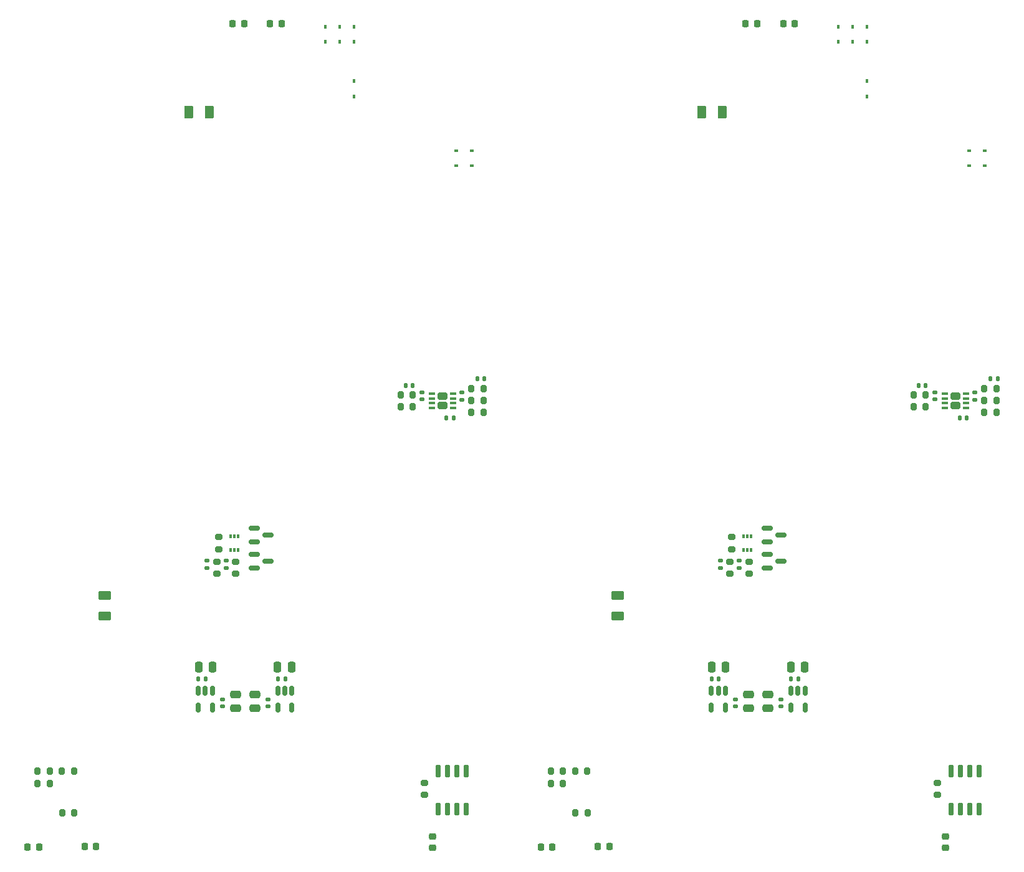
<source format=gbr>
%TF.GenerationSoftware,KiCad,Pcbnew,9.0.2+dfsg-1*%
%TF.CreationDate,2025-07-12T21:44:10+01:00*%
%TF.ProjectId,low-noise-power-probe-panel,6c6f772d-6e6f-4697-9365-2d706f776572,rev?*%
%TF.SameCoordinates,Original*%
%TF.FileFunction,Paste,Bot*%
%TF.FilePolarity,Positive*%
%FSLAX46Y46*%
G04 Gerber Fmt 4.6, Leading zero omitted, Abs format (unit mm)*
G04 Created by KiCad (PCBNEW 9.0.2+dfsg-1) date 2025-07-12 21:44:10*
%MOMM*%
%LPD*%
G01*
G04 APERTURE LIST*
G04 Aperture macros list*
%AMRoundRect*
0 Rectangle with rounded corners*
0 $1 Rounding radius*
0 $2 $3 $4 $5 $6 $7 $8 $9 X,Y pos of 4 corners*
0 Add a 4 corners polygon primitive as box body*
4,1,4,$2,$3,$4,$5,$6,$7,$8,$9,$2,$3,0*
0 Add four circle primitives for the rounded corners*
1,1,$1+$1,$2,$3*
1,1,$1+$1,$4,$5*
1,1,$1+$1,$6,$7*
1,1,$1+$1,$8,$9*
0 Add four rect primitives between the rounded corners*
20,1,$1+$1,$2,$3,$4,$5,0*
20,1,$1+$1,$4,$5,$6,$7,0*
20,1,$1+$1,$6,$7,$8,$9,0*
20,1,$1+$1,$8,$9,$2,$3,0*%
G04 Aperture macros list end*
%ADD10RoundRect,0.200000X-0.275000X0.200000X-0.275000X-0.200000X0.275000X-0.200000X0.275000X0.200000X0*%
%ADD11RoundRect,0.150000X-0.587500X-0.150000X0.587500X-0.150000X0.587500X0.150000X-0.587500X0.150000X0*%
%ADD12RoundRect,0.250000X-0.250000X-0.475000X0.250000X-0.475000X0.250000X0.475000X-0.250000X0.475000X0*%
%ADD13RoundRect,0.150000X-0.150000X0.512500X-0.150000X-0.512500X0.150000X-0.512500X0.150000X0.512500X0*%
%ADD14RoundRect,0.150000X-0.150000X0.725000X-0.150000X-0.725000X0.150000X-0.725000X0.150000X0.725000X0*%
%ADD15RoundRect,0.200000X-0.200000X-0.275000X0.200000X-0.275000X0.200000X0.275000X-0.200000X0.275000X0*%
%ADD16RoundRect,0.140000X0.170000X-0.140000X0.170000X0.140000X-0.170000X0.140000X-0.170000X-0.140000X0*%
%ADD17RoundRect,0.218750X-0.218750X-0.256250X0.218750X-0.256250X0.218750X0.256250X-0.218750X0.256250X0*%
%ADD18RoundRect,0.140000X-0.170000X0.140000X-0.170000X-0.140000X0.170000X-0.140000X0.170000X0.140000X0*%
%ADD19RoundRect,0.250000X-0.475000X0.250000X-0.475000X-0.250000X0.475000X-0.250000X0.475000X0.250000X0*%
%ADD20RoundRect,0.250000X0.625000X-0.375000X0.625000X0.375000X-0.625000X0.375000X-0.625000X-0.375000X0*%
%ADD21RoundRect,0.250000X0.375000X0.625000X-0.375000X0.625000X-0.375000X-0.625000X0.375000X-0.625000X0*%
%ADD22RoundRect,0.140000X-0.140000X-0.170000X0.140000X-0.170000X0.140000X0.170000X-0.140000X0.170000X0*%
%ADD23RoundRect,0.242500X0.422500X0.242500X-0.422500X0.242500X-0.422500X-0.242500X0.422500X-0.242500X0*%
%ADD24RoundRect,0.087500X0.337500X0.087500X-0.337500X0.087500X-0.337500X-0.087500X0.337500X-0.087500X0*%
%ADD25R,0.600000X0.450000*%
%ADD26R,0.450000X0.600000*%
%ADD27R,0.300000X0.520000*%
%ADD28RoundRect,0.140000X0.140000X0.170000X-0.140000X0.170000X-0.140000X-0.170000X0.140000X-0.170000X0*%
%ADD29RoundRect,0.200000X0.200000X0.275000X-0.200000X0.275000X-0.200000X-0.275000X0.200000X-0.275000X0*%
%ADD30RoundRect,0.250000X0.475000X-0.250000X0.475000X0.250000X-0.475000X0.250000X-0.475000X-0.250000X0*%
%ADD31RoundRect,0.200000X0.275000X-0.200000X0.275000X0.200000X-0.275000X0.200000X-0.275000X-0.200000X0*%
%ADD32RoundRect,0.218750X0.256250X-0.218750X0.256250X0.218750X-0.256250X0.218750X-0.256250X-0.218750X0*%
G04 APERTURE END LIST*
D10*
%TO.C,R33*%
X169600000Y-100035000D03*
X169600000Y-101685000D03*
%TD*%
D11*
%TO.C,Q2*%
X244400000Y-100885000D03*
X244400000Y-98985000D03*
X246275000Y-99935000D03*
%TD*%
D12*
%TO.C,C5*%
X167150000Y-114375000D03*
X169050000Y-114375000D03*
%TD*%
D13*
%TO.C,U5*%
X177925000Y-117562500D03*
X178875000Y-117562500D03*
X179825000Y-117562500D03*
X179825000Y-119837500D03*
X177925000Y-119837500D03*
%TD*%
D14*
%TO.C,U7*%
X269395000Y-128525000D03*
X270665000Y-128525000D03*
X271935000Y-128525000D03*
X273205000Y-128525000D03*
X273205000Y-133675000D03*
X271935000Y-133675000D03*
X270665000Y-133675000D03*
X269395000Y-133675000D03*
%TD*%
D10*
%TO.C,R32*%
X172200000Y-100035000D03*
X172200000Y-101685000D03*
%TD*%
D15*
%TO.C,R27*%
X204175000Y-76475000D03*
X205825000Y-76475000D03*
%TD*%
D12*
%TO.C,C10*%
X247575000Y-114375000D03*
X249475000Y-114375000D03*
%TD*%
D16*
%TO.C,C17*%
X202900000Y-77985000D03*
X202900000Y-77025000D03*
%TD*%
%TO.C,C13*%
X176575000Y-119680000D03*
X176575000Y-118720000D03*
%TD*%
D15*
%TO.C,R34*%
X214975000Y-128515000D03*
X216625000Y-128515000D03*
%TD*%
D17*
%TO.C,D3*%
X143912500Y-138775000D03*
X145487500Y-138775000D03*
%TD*%
D18*
%TO.C,C18*%
X197500000Y-77015000D03*
X197500000Y-77975000D03*
%TD*%
D15*
%TO.C,R25*%
X145275000Y-130175000D03*
X146925000Y-130175000D03*
%TD*%
D19*
%TO.C,C12*%
X174775000Y-118050000D03*
X174775000Y-119950000D03*
%TD*%
D20*
%TO.C,F3*%
X224050000Y-107375000D03*
X224050000Y-104575000D03*
%TD*%
D15*
%TO.C,R28*%
X273875000Y-78075000D03*
X275525000Y-78075000D03*
%TD*%
D21*
%TO.C,F4*%
X168600000Y-38875000D03*
X165800000Y-38875000D03*
%TD*%
D15*
%TO.C,R17*%
X218275000Y-128525000D03*
X219925000Y-128525000D03*
%TD*%
D22*
%TO.C,C15*%
X264940000Y-76075000D03*
X265900000Y-76075000D03*
%TD*%
D13*
%TO.C,U5*%
X247625000Y-117562500D03*
X248575000Y-117562500D03*
X249525000Y-117562500D03*
X249525000Y-119837500D03*
X247625000Y-119837500D03*
%TD*%
D23*
%TO.C,U9*%
X200250000Y-78750000D03*
X200250000Y-77550000D03*
D24*
X201700000Y-77175000D03*
X201700000Y-77825000D03*
X201700000Y-78475000D03*
X201700000Y-79125000D03*
X198800000Y-79125000D03*
X198800000Y-78475000D03*
X198800000Y-77825000D03*
X198800000Y-77175000D03*
%TD*%
D25*
%TO.C,D15*%
X204250000Y-46175000D03*
X202150000Y-46175000D03*
%TD*%
D17*
%TO.C,D1*%
X241437500Y-26925000D03*
X243012500Y-26925000D03*
%TD*%
D25*
%TO.C,D15*%
X273950000Y-46175000D03*
X271850000Y-46175000D03*
%TD*%
D13*
%TO.C,U3*%
X236800000Y-117537500D03*
X237750000Y-117537500D03*
X238700000Y-117537500D03*
X238700000Y-119812500D03*
X236800000Y-119812500D03*
%TD*%
D16*
%TO.C,C17*%
X272600000Y-77985000D03*
X272600000Y-77025000D03*
%TD*%
D10*
%TO.C,R33*%
X239300000Y-100035000D03*
X239300000Y-101685000D03*
%TD*%
D26*
%TO.C,D10*%
X254050000Y-29375000D03*
X254050000Y-27275000D03*
%TD*%
D17*
%TO.C,D4*%
X151662500Y-138750000D03*
X153237500Y-138750000D03*
%TD*%
D12*
%TO.C,C5*%
X236850000Y-114375000D03*
X238750000Y-114375000D03*
%TD*%
D11*
%TO.C,Q3*%
X244400000Y-97325000D03*
X244400000Y-95425000D03*
X246275000Y-96375000D03*
%TD*%
D22*
%TO.C,C2*%
X200820000Y-80475000D03*
X201780000Y-80475000D03*
%TD*%
D27*
%TO.C,U10*%
X171500000Y-96585000D03*
X172000000Y-96585000D03*
X172500000Y-96585000D03*
X172500000Y-98465000D03*
X172000000Y-98465000D03*
X171500000Y-98465000D03*
%TD*%
D26*
%TO.C,D11*%
X188250000Y-29375000D03*
X188250000Y-27275000D03*
%TD*%
D15*
%TO.C,R29*%
X273875000Y-79675000D03*
X275525000Y-79675000D03*
%TD*%
D26*
%TO.C,D9*%
X257950000Y-34675000D03*
X257950000Y-36775000D03*
%TD*%
D23*
%TO.C,U9*%
X269950000Y-78750000D03*
X269950000Y-77550000D03*
D24*
X271400000Y-77175000D03*
X271400000Y-77825000D03*
X271400000Y-78475000D03*
X271400000Y-79125000D03*
X268500000Y-79125000D03*
X268500000Y-78475000D03*
X268500000Y-77825000D03*
X268500000Y-77175000D03*
%TD*%
D28*
%TO.C,C11*%
X248605000Y-115975000D03*
X247645000Y-115975000D03*
%TD*%
D10*
%TO.C,R31*%
X169900000Y-96675000D03*
X169900000Y-98325000D03*
%TD*%
D16*
%TO.C,C23*%
X170900000Y-100840000D03*
X170900000Y-99880000D03*
%TD*%
D29*
%TO.C,R16*%
X219975000Y-134125000D03*
X218325000Y-134125000D03*
%TD*%
D26*
%TO.C,D9*%
X188250000Y-34675000D03*
X188250000Y-36775000D03*
%TD*%
%TO.C,D12*%
X186300000Y-29375000D03*
X186300000Y-27275000D03*
%TD*%
D11*
%TO.C,Q3*%
X174700000Y-97325000D03*
X174700000Y-95425000D03*
X176575000Y-96375000D03*
%TD*%
D22*
%TO.C,C2*%
X270520000Y-80475000D03*
X271480000Y-80475000D03*
%TD*%
D26*
%TO.C,D11*%
X257950000Y-29375000D03*
X257950000Y-27275000D03*
%TD*%
D28*
%TO.C,C6*%
X168080000Y-115975000D03*
X167120000Y-115975000D03*
%TD*%
D22*
%TO.C,C15*%
X195240000Y-76075000D03*
X196200000Y-76075000D03*
%TD*%
D18*
%TO.C,C18*%
X267200000Y-77015000D03*
X267200000Y-77975000D03*
%TD*%
D15*
%TO.C,R29*%
X204175000Y-79675000D03*
X205825000Y-79675000D03*
%TD*%
D28*
%TO.C,C16*%
X275680000Y-75175000D03*
X274720000Y-75175000D03*
%TD*%
D25*
%TO.C,D13*%
X273950000Y-44175000D03*
X271850000Y-44175000D03*
%TD*%
D10*
%TO.C,R31*%
X239600000Y-96675000D03*
X239600000Y-98325000D03*
%TD*%
D30*
%TO.C,C7*%
X241850000Y-119950000D03*
X241850000Y-118050000D03*
%TD*%
D26*
%TO.C,D10*%
X184350000Y-29375000D03*
X184350000Y-27275000D03*
%TD*%
D20*
%TO.C,F3*%
X154350000Y-107375000D03*
X154350000Y-104575000D03*
%TD*%
D15*
%TO.C,R17*%
X148575000Y-128525000D03*
X150225000Y-128525000D03*
%TD*%
D11*
%TO.C,Q2*%
X174700000Y-100885000D03*
X174700000Y-98985000D03*
X176575000Y-99935000D03*
%TD*%
D26*
%TO.C,D12*%
X256000000Y-29375000D03*
X256000000Y-27275000D03*
%TD*%
D17*
%TO.C,D5*%
X246562500Y-26925000D03*
X248137500Y-26925000D03*
%TD*%
D29*
%TO.C,R11*%
X265925000Y-77375000D03*
X264275000Y-77375000D03*
%TD*%
D18*
%TO.C,C8*%
X170350000Y-118720000D03*
X170350000Y-119680000D03*
%TD*%
D29*
%TO.C,R30*%
X265925000Y-78975000D03*
X264275000Y-78975000D03*
%TD*%
D17*
%TO.C,D3*%
X213612500Y-138775000D03*
X215187500Y-138775000D03*
%TD*%
D30*
%TO.C,C7*%
X172150000Y-119950000D03*
X172150000Y-118050000D03*
%TD*%
D21*
%TO.C,F4*%
X238300000Y-38875000D03*
X235500000Y-38875000D03*
%TD*%
D14*
%TO.C,U7*%
X199695000Y-128525000D03*
X200965000Y-128525000D03*
X202235000Y-128525000D03*
X203505000Y-128525000D03*
X203505000Y-133675000D03*
X202235000Y-133675000D03*
X200965000Y-133675000D03*
X199695000Y-133675000D03*
%TD*%
D17*
%TO.C,D1*%
X171737500Y-26925000D03*
X173312500Y-26925000D03*
%TD*%
D10*
%TO.C,R32*%
X241900000Y-100035000D03*
X241900000Y-101685000D03*
%TD*%
D15*
%TO.C,R28*%
X204175000Y-78075000D03*
X205825000Y-78075000D03*
%TD*%
%TO.C,R27*%
X273875000Y-76475000D03*
X275525000Y-76475000D03*
%TD*%
D25*
%TO.C,D13*%
X204250000Y-44175000D03*
X202150000Y-44175000D03*
%TD*%
D19*
%TO.C,C12*%
X244475000Y-118050000D03*
X244475000Y-119950000D03*
%TD*%
D17*
%TO.C,D4*%
X221362500Y-138750000D03*
X222937500Y-138750000D03*
%TD*%
D16*
%TO.C,C13*%
X246275000Y-119680000D03*
X246275000Y-118720000D03*
%TD*%
D28*
%TO.C,C11*%
X178905000Y-115975000D03*
X177945000Y-115975000D03*
%TD*%
%TO.C,C16*%
X205980000Y-75175000D03*
X205020000Y-75175000D03*
%TD*%
D17*
%TO.C,D5*%
X176862500Y-26925000D03*
X178437500Y-26925000D03*
%TD*%
D16*
%TO.C,C23*%
X240600000Y-100840000D03*
X240600000Y-99880000D03*
%TD*%
D31*
%TO.C,R20*%
X267500000Y-131725000D03*
X267500000Y-130075000D03*
%TD*%
D16*
%TO.C,C20*%
X168300000Y-100840000D03*
X168300000Y-99880000D03*
%TD*%
%TO.C,C20*%
X238000000Y-100840000D03*
X238000000Y-99880000D03*
%TD*%
D18*
%TO.C,C8*%
X240050000Y-118720000D03*
X240050000Y-119680000D03*
%TD*%
D29*
%TO.C,R11*%
X196225000Y-77375000D03*
X194575000Y-77375000D03*
%TD*%
D32*
%TO.C,D6*%
X268600000Y-138937500D03*
X268600000Y-137362500D03*
%TD*%
D15*
%TO.C,R25*%
X214975000Y-130175000D03*
X216625000Y-130175000D03*
%TD*%
D13*
%TO.C,U3*%
X167100000Y-117537500D03*
X168050000Y-117537500D03*
X169000000Y-117537500D03*
X169000000Y-119812500D03*
X167100000Y-119812500D03*
%TD*%
D29*
%TO.C,R30*%
X196225000Y-78975000D03*
X194575000Y-78975000D03*
%TD*%
D31*
%TO.C,R20*%
X197800000Y-131725000D03*
X197800000Y-130075000D03*
%TD*%
D29*
%TO.C,R16*%
X150275000Y-134125000D03*
X148625000Y-134125000D03*
%TD*%
D12*
%TO.C,C10*%
X177875000Y-114375000D03*
X179775000Y-114375000D03*
%TD*%
D15*
%TO.C,R34*%
X145275000Y-128515000D03*
X146925000Y-128515000D03*
%TD*%
D27*
%TO.C,U10*%
X241200000Y-96585000D03*
X241700000Y-96585000D03*
X242200000Y-96585000D03*
X242200000Y-98465000D03*
X241700000Y-98465000D03*
X241200000Y-98465000D03*
%TD*%
D28*
%TO.C,C6*%
X237780000Y-115975000D03*
X236820000Y-115975000D03*
%TD*%
D32*
%TO.C,D6*%
X198900000Y-138937500D03*
X198900000Y-137362500D03*
%TD*%
M02*

</source>
